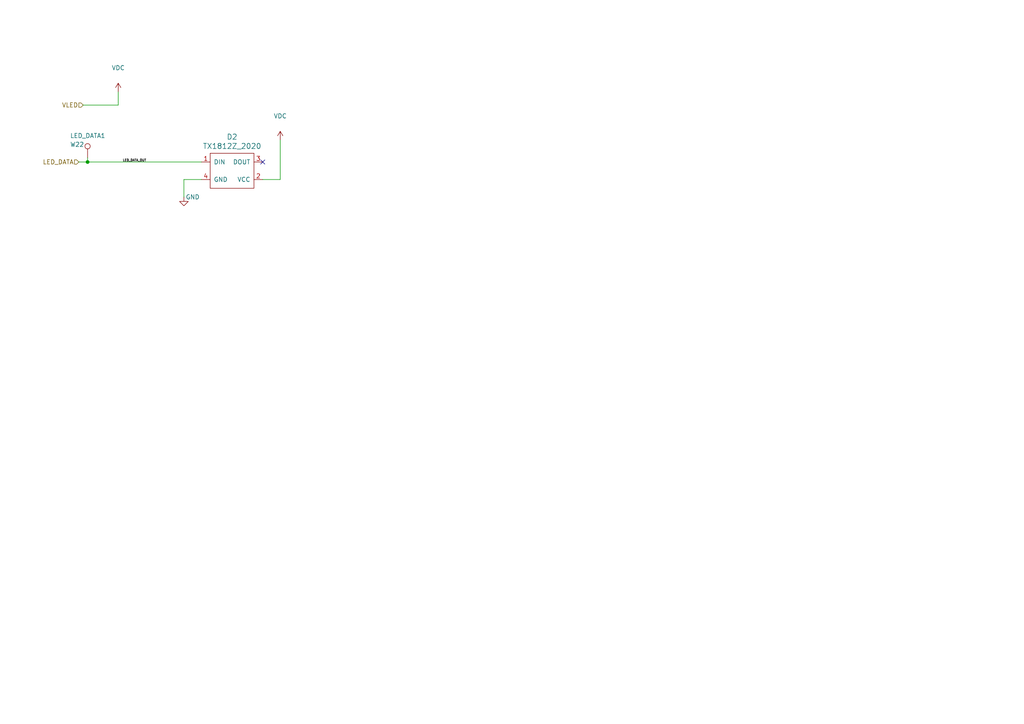
<source format=kicad_sch>
(kicad_sch (version 20231120) (generator "eeschema") (generator_version "8.0")
  (paper "A4")
  (title_block (title "Pixels D20 Schematic, Main") (date "2022-08-26") (rev "13") (company "Systemic Games, LLC") (comment 1 "LED Chain"))
  (lib_symbols
    (symbol "Pixels-dice:TEST_1P-conn" (pin_numbers hide) (pin_names (offset 0.762) hide)
      (property "Reference" "W" (at 0 6.858 0))
      (property "Value" "TEST_1P-conn" (at 0 5.08 0))
      (symbol "TEST_1P-conn_0_1"
        (circle (center 0 3.302) (radius 0.762))
      )
      (symbol "TEST_1P-conn_1_1"
        (pin passive line (at 0 0 90) (length 2.54) (name "1") (number "1"))
      )
    )
    (symbol "Pixels-dice:TX1812Z_2020" (pin_names (offset 1.016))
      (property "Reference" "D" (at 0 -6.35 0))
      (property "Value" "TX1812Z_2020" (at 0 6.35 0))
      (symbol "TX1812Z_2020_0_1"
        (rectangle (start -6.35 5.08) (end 6.35 -5.08))
      )
      (symbol "TX1812Z_2020_1_1"
        (pin input line (at -8.89 2.54 0) (length 2.54) (name "DIN") (number "1"))
        (pin power_in line (at 8.89 -2.54 180) (length 2.54) (name "VCC") (number "2"))
        (pin output line (at 8.89 2.54 180) (length 2.54) (name "DOUT") (number "3"))
        (pin power_in line (at -8.89 -2.54 0) (length 2.54) (name "GND") (number "4"))
      )
    )
    (symbol "power:GND" (power) (pin_names (offset 0))
      (property "Value" "GND" (at 0 -3.81 0))
      (symbol "GND_0_1"
        (polyline (pts (xy 0 0) (xy 0 -1.27) (xy 1.27 -1.27) (xy 0 -2.54) (xy -1.27 -1.27) (xy 0 -1.27)))
      )
      (symbol "GND_1_1"
        (pin power_in line (at 0 0 270) (length 0) hide (name "GND") (number "1"))
      )
    )
    (symbol "power:VDC" (power) (pin_names (offset 0))
      (property "Value" "VDC" (at 0 6.35 0))
      (symbol "VDC_0_1"
        (polyline (pts (xy -0.762 1.27) (xy 0 2.54)))
        (polyline (pts (xy 0 0) (xy 0 2.54)))
        (polyline (pts (xy 0 2.54) (xy 0.762 1.27)))
      )
      (symbol "VDC_1_1"
        (pin power_in line (at 0 0 90) (length 0) hide (name "VDC") (number "1"))
      )
    )
  )
  (junction (at 25.4 46.99))
  (no_connect (at 76.2 46.99))
  (wire (pts (xy 53.34 52.07) (xy 53.34 57.15)))
  (wire (pts (xy 25.4 45.72) (xy 25.4 46.99)))
  (wire (pts (xy 53.34 52.07) (xy 58.42 52.07)))
  (wire (pts (xy 34.29 30.48) (xy 34.29 26.67)))
  (wire (pts (xy 25.4 46.99) (xy 58.42 46.99)))
  (wire (pts (xy 22.86 46.99) (xy 25.4 46.99)))
  (wire (pts (xy 76.2 52.07) (xy 81.28 52.07)))
  (wire (pts (xy 81.28 40.64) (xy 81.28 52.07)))
  (wire (pts (xy 24.13 30.48) (xy 34.29 30.48)))
  (label "LED_DATA_OUT" (at 35.56 46.99 0) (effects (font (size 0.635 0.635))))
  (hierarchical_label "LED_DATA" (shape input) (at 22.86 46.99 180))
  (hierarchical_label "VLED" (shape input) (at 24.13 30.48 180))
  (symbol (lib_id "Pixels-dice:TEST_1P-conn") (at 25.4 45.72 0) (unit 1) (in_bom no)
    (property "Reference" "W22" (at 20.32 41.91 0) (effects (justify left)))
    (property "Value" "LED_DATA1" (at 20.32 39.37 0) (effects (justify left)))
    (property "Footprint" "Pixels-dice:TEST_PIN" (effects (hide yes)))
    (property "Generic OK" "N/A" (effects (hide yes)))
  )
  (symbol (lib_id "power:VDC") (at 34.29 26.67 0) (unit 1)
    (property "Reference" "#PWR0102" (effects (hide yes)))
    (property "Value" "VDC" (at 34.29 19.685 0))
  )
  (symbol (lib_id "power:VDC") (at 81.28 40.64 0) (unit 1)
    (property "Reference" "#PWR0103" (effects (hide yes)))
    (property "Value" "VDC" (at 81.28 33.655 0))
  )
  (symbol (lib_id "power:GND") (at 53.34 57.15 0) (unit 1)
    (property "Reference" "#PWR0105" (effects (hide yes)))
    (property "Value" "GND" (at 55.88 57.15 0))
  )
  (symbol (lib_id "Pixels-dice:TX1812Z_2020") (at 67.31 49.53 0) (unit 1)
    (property "Reference" "D2" (at 67.31 39.7002 0) (effects (font (size 1.524 1.524))))
    (property "Value" "TX1812Z_2020" (at 67.31 42.3926 0) (effects (font (size 1.524 1.524))))
    (property "Footprint" "Pixels-dice:TX1812Z_2020" (effects (hide yes)))
    (property "Manufacturer" "TCWIN" (effects (hide yes)))
    (property "Manufacturer Part Number" "TX1812Z 2020" (effects (hide yes)))
    (property "Pixels Part Number" "SMD-D002-ALT2" (effects (hide yes)))
    (property "Generic OK" "NO" (effects (hide yes)))
  )
)
</source>
